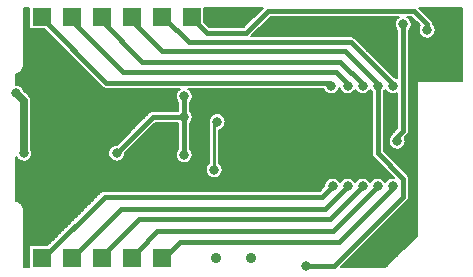
<source format=gbl>
G04 EasyPC Gerber Version 20.0.2 Build 4112 *
G04 #@! TF.Part,Single*
G04 #@! TF.FileFunction,Copper,L2,Bot *
%FSLAX24Y24*%
%MOIN*%
G04 #@! TA.AperFunction,ComponentPad*
%ADD28R,0.06000X0.06000*%
G04 #@! TD.AperFunction*
%ADD10C,0.00500*%
%ADD14C,0.01000*%
%ADD74C,0.01500*%
%ADD72C,0.02500*%
G04 #@! TA.AperFunction,ViaPad*
%ADD29C,0.03200*%
G04 #@! TA.AperFunction,ComponentPad*
%ADD70C,0.03543*%
X0Y0D02*
D02*
D10*
X5025Y2525D02*
X5053Y2523D01*
X5081Y2519*
X5108Y2511*
X5133Y2500*
X5158Y2487*
X5181Y2471*
X5202Y2452*
X5220Y2431*
X5237Y2408*
X5250Y2384*
X5261Y2358*
X5269Y2331*
X5273Y2303*
X5275Y2275*
Y325*
X5450*
Y1050*
X6067*
X7834Y2816*
X7850Y2831*
X7869Y2844*
X7888Y2855*
X7909Y2864*
X7931Y2870*
X7953Y2874*
X7975Y2875*
X15142*
X15290Y3023*
Y3025*
X15291Y3054*
X15296Y3082*
X15303Y3110*
X15313Y3138*
X15326Y3164*
X15341Y3188*
X15359Y3211*
X15379Y3232*
X15401Y3251*
X15425Y3267*
X15450Y3281*
X15477Y3292*
X15504Y3301*
X15533Y3307*
X15561Y3310*
X15590Y3310*
X15619Y3307*
X15647Y3301*
X15675Y3292*
X15702Y3280*
X15727Y3266*
X15750Y3249*
X15772Y3231*
X15792Y3209*
X15810Y3187*
X15825Y3162*
X15840Y3187*
X15858Y3210*
X15878Y3231*
X15900Y3250*
X15924Y3266*
X15949Y3281*
X15976Y3292*
X16003Y3301*
X16032Y3307*
X16060Y3310*
X16089*
X16118Y3307*
X16147Y3301*
X16174Y3292*
X16201Y3281*
X16226Y3266*
X16250Y3250*
X16272Y3231*
X16292Y3210*
X16310Y3187*
X16325Y3162*
X16340Y3187*
X16358Y3210*
X16378Y3231*
X16400Y3250*
X16424Y3266*
X16449Y3281*
X16476Y3292*
X16503Y3301*
X16532Y3307*
X16560Y3310*
X16589*
X16618Y3307*
X16647Y3301*
X16674Y3292*
X16701Y3281*
X16726Y3266*
X16750Y3250*
X16772Y3231*
X16792Y3210*
X16810Y3187*
X16825Y3162*
X16840Y3187*
X16858Y3210*
X16878Y3231*
X16900Y3250*
X16924Y3266*
X16949Y3281*
X16976Y3292*
X17003Y3301*
X17032Y3307*
X17060Y3310*
X17089*
X17118Y3307*
X17147Y3301*
X17174Y3292*
X17201Y3281*
X17226Y3266*
X17250Y3250*
X17272Y3231*
X17292Y3210*
X17310Y3187*
X17325Y3162*
X17340Y3186*
X17357Y3208*
X17376Y3229*
X17397Y3248*
X17420Y3264*
X17445Y3279*
X17470Y3290*
X17497Y3299*
X17525Y3306*
X17553Y3309*
X17581Y3310*
X17609Y3308*
X16934Y3984*
X16919Y4000*
X16906Y4019*
X16895Y4038*
X16886Y4059*
X16880Y4081*
X16876Y4103*
X16875Y4125*
Y6172*
X16856Y6192*
X16839Y6214*
X16825Y6238*
X16810Y6213*
X16792Y6190*
X16772Y6169*
X16750Y6150*
X16726Y6134*
X16701Y6119*
X16674Y6108*
X16647Y6099*
X16618Y6093*
X16590Y6090*
X16561*
X16532Y6093*
X16503Y6099*
X16476Y6108*
X16449Y6119*
X16424Y6134*
X16400Y6150*
X16378Y6169*
X16358Y6190*
X16340Y6213*
X16325Y6238*
X16310Y6213*
X16292Y6190*
X16271Y6169*
X16249Y6149*
X16225Y6133*
X16199Y6119*
X16172Y6107*
X16144Y6099*
X16115Y6093*
X16086Y6090*
X16056Y6091*
X16027Y6094*
X15999Y6100*
X15971Y6110*
X15944Y6122*
X15919Y6137*
X15895Y6154*
X15873Y6174*
X15854Y6196*
X15836Y6219*
X15821Y6245*
X15809Y6272*
X15800Y6300*
X15791Y6271*
X15778Y6244*
X15763Y6218*
X15746Y6194*
X15725Y6172*
X15703Y6152*
X15679Y6135*
X15653Y6120*
X15625Y6108*
X15597Y6099*
X15568Y6093*
X15538Y6090*
X15508Y6090*
X15478Y6094*
X15449Y6100*
X15421Y6109*
X15394Y6122*
X15368Y6137*
X15344Y6155*
X15322Y6175*
X15302Y6197*
X15285Y6222*
X15270Y6248*
X15258Y6275*
X10762*
X10787Y6260*
X10810Y6242*
X10832Y6221*
X10851Y6199*
X10868Y6175*
X10882Y6149*
X10893Y6122*
X10902Y6093*
X10907Y6064*
X10910Y6035*
X10909Y6006*
X10906Y5976*
X10899Y5948*
X10890Y5920*
X10877Y5893*
X10862Y5867*
X10845Y5844*
X10825Y5822*
Y5528*
X10844Y5507*
X10861Y5485*
X10876Y5461*
X10888Y5435*
X10897Y5409*
X10904Y5381*
X10909Y5353*
X10910Y5325*
X10909Y5297*
X10904Y5269*
X10898Y5242*
X10888Y5215*
X10876Y5190*
X10861Y5165*
X10844Y5143*
X10825Y5122*
Y4278*
X10844Y4257*
X10861Y4235*
X10876Y4211*
X10888Y4185*
X10897Y4159*
X10904Y4131*
X10909Y4103*
X10910Y4075*
X10908Y4045*
X10904Y4016*
X10896Y3987*
X10885Y3959*
X10872Y3933*
X10856Y3908*
X10837Y3884*
X10816Y3863*
X10792Y3844*
X10767Y3828*
X10741Y3815*
X10713Y3804*
X10684Y3796*
X10655Y3792*
X10625Y3790*
X10595Y3792*
X10566Y3796*
X10537Y3804*
X10509Y3815*
X10483Y3828*
X10458Y3844*
X10434Y3863*
X10413Y3884*
X10394Y3908*
X10378Y3933*
X10365Y3959*
X10354Y3987*
X10346Y4016*
X10342Y4045*
X10340Y4075*
X10341Y4103*
X10346Y4131*
X10353Y4158*
X10362Y4185*
X10374Y4210*
X10389Y4235*
X10406Y4257*
X10425Y4278*
Y5122*
X10422Y5125*
X9658*
X8660Y4127*
Y4125*
X8658Y4095*
X8654Y4066*
X8646Y4037*
X8635Y4009*
X8622Y3983*
X8606Y3958*
X8587Y3934*
X8566Y3913*
X8542Y3894*
X8517Y3878*
X8491Y3865*
X8463Y3854*
X8434Y3846*
X8405Y3842*
X8375Y3840*
X8345Y3842*
X8316Y3846*
X8287Y3854*
X8259Y3865*
X8233Y3878*
X8208Y3894*
X8184Y3913*
X8163Y3934*
X8144Y3958*
X8128Y3983*
X8115Y4009*
X8104Y4037*
X8096Y4066*
X8092Y4095*
X8090Y4125*
X8091Y4153*
X8096Y4181*
X8102Y4208*
X8112Y4235*
X8124Y4260*
X8139Y4284*
X8155Y4307*
X8174Y4327*
X8195Y4346*
X8218Y4363*
X8242Y4377*
X8267Y4389*
X8294Y4398*
X8321Y4405*
X8349Y4409*
X8377Y4410*
X9434Y5466*
X9450Y5481*
X9469Y5494*
X9488Y5505*
X9509Y5514*
X9531Y5520*
X9553Y5524*
X9575Y5525*
X10422*
X10425Y5528*
Y5822*
X10405Y5844*
X10388Y5867*
X10373Y5893*
X10360Y5920*
X10351Y5947*
X10344Y5976*
X10341Y6005*
X10340Y6035*
X10343Y6064*
X10348Y6093*
X10357Y6121*
X10368Y6149*
X10382Y6175*
X10399Y6199*
X10418Y6221*
X10440Y6241*
X10463Y6259*
X10488Y6275*
X8025*
X8003Y6276*
X7980Y6280*
X7959Y6286*
X7938Y6295*
X7919Y6306*
X7900Y6319*
X7884Y6334*
X5967Y8250*
X5450*
Y8975*
X5275*
Y7025*
X5273Y6997*
X5269Y6969*
X5261Y6942*
X5250Y6917*
X5237Y6892*
X5221Y6869*
X5202Y6848*
X5181Y6830*
X5158Y6813*
X5134Y6800*
X5108Y6789*
X5081Y6781*
X5053Y6777*
X5025Y6775*
Y6410*
X5053Y6409*
X5081Y6404*
X5108Y6398*
X5135Y6388*
X5160Y6376*
X5184Y6361*
X5207Y6344*
X5228Y6325*
X5247Y6304*
X5263Y6282*
X5277Y6257*
X5289Y6232*
X5299Y6205*
X5452Y6052*
X5470Y6031*
X5487Y6008*
X5500Y5983*
X5511Y5958*
X5519Y5931*
X5523Y5903*
X5525Y5875*
Y4262*
X5538Y4235*
X5548Y4207*
X5555Y4178*
X5559Y4148*
X5560Y4119*
X5558Y4089*
X5552Y4059*
X5544Y4031*
X5533Y4003*
X5519Y3977*
X5502Y3952*
X5482Y3930*
X5461Y3909*
X5437Y3891*
X5412Y3875*
X5385Y3862*
X5357Y3852*
X5328Y3845*
X5298Y3841*
X5269Y3840*
X5239Y3842*
X5209Y3848*
X5181Y3856*
X5153Y3867*
X5127Y3881*
X5102Y3898*
X5080Y3918*
X5059Y3939*
X5041Y3963*
X5025Y3988*
Y2525*
X11450Y3800D02*
Y5100D01*
X11444Y5125*
X11441Y5150*
X11440Y5175*
X11442Y5205*
X11446Y5234*
X11454Y5263*
X11465Y5291*
X11478Y5317*
X11494Y5342*
X11513Y5366*
X11534Y5387*
X11558Y5406*
X11583Y5422*
X11609Y5435*
X11637Y5446*
X11666Y5454*
X11695Y5458*
X11725Y5460*
X11755Y5458*
X11784Y5454*
X11813Y5446*
X11841Y5435*
X11867Y5422*
X11892Y5406*
X11916Y5387*
X11937Y5366*
X11956Y5342*
X11972Y5317*
X11985Y5291*
X11996Y5263*
X12004Y5234*
X12008Y5205*
X12010Y5175*
X12009Y5146*
X12004Y5118*
X11997Y5091*
X11987Y5064*
X11975Y5038*
X11960Y5014*
X11943Y4991*
X11923Y4970*
X11901Y4951*
X11878Y4935*
X11853Y4921*
X11827Y4909*
X11800Y4900*
Y3800*
X11822Y3781*
X11842Y3760*
X11859Y3737*
X11874Y3713*
X11887Y3687*
X11897Y3660*
X11904Y3632*
X11909Y3604*
X11910Y3575*
X11908Y3545*
X11904Y3516*
X11896Y3487*
X11885Y3459*
X11872Y3433*
X11856Y3408*
X11837Y3384*
X11816Y3363*
X11792Y3344*
X11767Y3328*
X11741Y3315*
X11713Y3304*
X11684Y3296*
X11655Y3292*
X11625Y3290*
X11595Y3292*
X11566Y3296*
X11537Y3304*
X11509Y3315*
X11483Y3328*
X11458Y3344*
X11434Y3363*
X11413Y3384*
X11394Y3408*
X11378Y3433*
X11365Y3459*
X11354Y3487*
X11346Y3516*
X11342Y3545*
X11340Y3575*
X11341Y3604*
X11346Y3632*
X11353Y3660*
X11363Y3687*
X11376Y3713*
X11391Y3737*
X11408Y3760*
X11428Y3781*
X11450Y3800*
X5275Y364D02*
X5450D01*
X5275Y412D02*
X5450D01*
X5275Y460D02*
X5450D01*
X5275Y508D02*
X5450D01*
X5275Y556D02*
X5450D01*
X5275Y604D02*
X5450D01*
X5275Y652D02*
X5450D01*
X5275Y700D02*
X5450D01*
X5275Y748D02*
X5450D01*
X5275Y796D02*
X5450D01*
X5275Y844D02*
X5450D01*
X5275Y892D02*
X5450D01*
X5275Y940D02*
X5450D01*
X5275Y988D02*
X5450D01*
X5275Y1036D02*
X5450D01*
X5275Y1084D02*
X6101D01*
X5275Y1132D02*
X6149D01*
X5275Y1180D02*
X6197D01*
X5275Y1228D02*
X6245D01*
X5275Y1276D02*
X6293D01*
X5275Y1324D02*
X6341D01*
X5275Y1372D02*
X6389D01*
X5275Y1420D02*
X6437D01*
X5275Y1468D02*
X6485D01*
X5275Y1516D02*
X6534D01*
X5275Y1564D02*
X6582D01*
X5275Y1612D02*
X6630D01*
X5275Y1660D02*
X6678D01*
X5275Y1708D02*
X6726D01*
X5275Y1756D02*
X6774D01*
X5275Y1805D02*
X6822D01*
X5275Y1853D02*
X6870D01*
X5275Y1901D02*
X6918D01*
X5275Y1949D02*
X6966D01*
X5275Y1997D02*
X7014D01*
X5275Y2045D02*
X7062D01*
X5275Y2093D02*
X7110D01*
X5275Y2141D02*
X7158D01*
X5275Y2189D02*
X7206D01*
X5275Y2237D02*
X7254D01*
X5275Y2285D02*
X7302D01*
X5268Y2333D02*
X7350D01*
X5251Y2381D02*
X7398D01*
X5222Y2429D02*
X7446D01*
X5172Y2477D02*
X7494D01*
X5025Y2525D02*
X7542D01*
X5025Y2573D02*
X7590D01*
X5025Y2621D02*
X7638D01*
X5025Y2669D02*
X7686D01*
X5025Y2717D02*
X7734D01*
X5025Y2765D02*
X7782D01*
X5025Y2813D02*
X7830D01*
X5025Y2861D02*
X7902D01*
X5025Y2909D02*
X15176D01*
X5025Y2957D02*
X15224D01*
X5025Y3005D02*
X15272D01*
X5025Y3053D02*
X15291D01*
X5025Y3101D02*
X15300D01*
X5025Y3149D02*
X15319D01*
X5025Y3197D02*
X15348D01*
X15802D02*
X15848D01*
X16302D02*
X16348D01*
X16802D02*
X16848D01*
X17302D02*
X17348D01*
X5025Y3245D02*
X15394D01*
X15756D02*
X15894D01*
X16256D02*
X16394D01*
X16756D02*
X16894D01*
X17256D02*
X17394D01*
X5025Y3294D02*
X11580D01*
X11670D02*
X15479D01*
X15671D02*
X15979D01*
X16171D02*
X16479D01*
X16671D02*
X16979D01*
X17171D02*
X17479D01*
X5025Y3342D02*
X11462D01*
X11788D02*
X17576D01*
X5025Y3390D02*
X11409D01*
X11841D02*
X17528D01*
X5025Y3438D02*
X11375D01*
X11875D02*
X17480D01*
X5025Y3486D02*
X11354D01*
X11896D02*
X17432D01*
X5025Y3534D02*
X11343D01*
X11907D02*
X17384D01*
X5025Y3582D02*
X11340D01*
X11910D02*
X17335D01*
X5025Y3630D02*
X11345D01*
X11905D02*
X17287D01*
X5025Y3678D02*
X11359D01*
X11891D02*
X17239D01*
X5025Y3726D02*
X11383D01*
X11867D02*
X17191D01*
X5025Y3774D02*
X11421D01*
X11829D02*
X17143D01*
X5025Y3822D02*
X10494D01*
X10756D02*
X11450D01*
X11800D02*
X17095D01*
X5025Y3870D02*
X5148D01*
X5402D02*
X8248D01*
X8502D02*
X10427D01*
X10823D02*
X11450D01*
X11800D02*
X17047D01*
X5025Y3918D02*
X5079D01*
X5471D02*
X8179D01*
X8571D02*
X10387D01*
X10863D02*
X11450D01*
X11800D02*
X16999D01*
X5025Y3966D02*
X5039D01*
X5511D02*
X8139D01*
X8611D02*
X10362D01*
X10888D02*
X11450D01*
X11800D02*
X16951D01*
X5537Y4014D02*
X8113D01*
X8637D02*
X10347D01*
X10903D02*
X11450D01*
X11800D02*
X16909D01*
X5553Y4062D02*
X8097D01*
X8653D02*
X10340D01*
X10910D02*
X11450D01*
X11800D02*
X16885D01*
X5560Y4110D02*
X8090D01*
X8660D02*
X10342D01*
X10908D02*
X11450D01*
X11800D02*
X16876D01*
X5558Y4158D02*
X8092D01*
X8691D02*
X10352D01*
X10898D02*
X11450D01*
X11800D02*
X16875D01*
X5548Y4206D02*
X8102D01*
X8739D02*
X10372D01*
X10878D02*
X11450D01*
X11800D02*
X16875D01*
X5529Y4254D02*
X8121D01*
X8787D02*
X10403D01*
X10847D02*
X11450D01*
X11800D02*
X16875D01*
X5525Y4302D02*
X8152D01*
X8835D02*
X10425D01*
X10825D02*
X11450D01*
X11800D02*
X16875D01*
X5525Y4350D02*
X8200D01*
X8883D02*
X10425D01*
X10825D02*
X11450D01*
X11800D02*
X16875D01*
X5525Y4398D02*
X8294D01*
X8931D02*
X10425D01*
X10825D02*
X11450D01*
X11800D02*
X16875D01*
X5525Y4446D02*
X8413D01*
X8979D02*
X10425D01*
X10825D02*
X11450D01*
X11800D02*
X16875D01*
X5525Y4494D02*
X8461D01*
X9027D02*
X10425D01*
X10825D02*
X11450D01*
X11800D02*
X16875D01*
X5525Y4542D02*
X8509D01*
X9075D02*
X10425D01*
X10825D02*
X11450D01*
X11800D02*
X16875D01*
X5525Y4590D02*
X8558D01*
X9123D02*
X10425D01*
X10825D02*
X11450D01*
X11800D02*
X16875D01*
X5525Y4638D02*
X8606D01*
X9171D02*
X10425D01*
X10825D02*
X11450D01*
X11800D02*
X16875D01*
X5525Y4686D02*
X8654D01*
X9219D02*
X10425D01*
X10825D02*
X11450D01*
X11800D02*
X16875D01*
X5525Y4734D02*
X8702D01*
X9267D02*
X10425D01*
X10825D02*
X11450D01*
X11800D02*
X16875D01*
X5525Y4782D02*
X8750D01*
X9315D02*
X10425D01*
X10825D02*
X11450D01*
X11800D02*
X16875D01*
X5525Y4831D02*
X8798D01*
X9363D02*
X10425D01*
X10825D02*
X11450D01*
X11800D02*
X16875D01*
X5525Y4879D02*
X8846D01*
X9411D02*
X10425D01*
X10825D02*
X11450D01*
X11800D02*
X16875D01*
X5525Y4927D02*
X8894D01*
X9459D02*
X10425D01*
X10825D02*
X11450D01*
X11865D02*
X16875D01*
X5525Y4975D02*
X8942D01*
X9507D02*
X10425D01*
X10825D02*
X11450D01*
X11928D02*
X16875D01*
X5525Y5023D02*
X8990D01*
X9555D02*
X10425D01*
X10825D02*
X11450D01*
X11966D02*
X16875D01*
X5525Y5071D02*
X9038D01*
X9604D02*
X10425D01*
X10825D02*
X11450D01*
X11990D02*
X16875D01*
X5525Y5119D02*
X9086D01*
X9652D02*
X10425D01*
X10825D02*
X11446D01*
X12004D02*
X16875D01*
X5525Y5167D02*
X9134D01*
X10862D02*
X11440D01*
X12010D02*
X16875D01*
X5525Y5215D02*
X9182D01*
X10888D02*
X11443D01*
X12007D02*
X16875D01*
X5525Y5263D02*
X9230D01*
X10903D02*
X11454D01*
X11996D02*
X16875D01*
X5525Y5311D02*
X9278D01*
X10910D02*
X11474D01*
X11976D02*
X16875D01*
X5525Y5359D02*
X9326D01*
X10908D02*
X11507D01*
X11943D02*
X16875D01*
X5525Y5407D02*
X9374D01*
X10898D02*
X11559D01*
X11891D02*
X16875D01*
X5525Y5455D02*
X9422D01*
X10879D02*
X11671D01*
X11779D02*
X16875D01*
X5525Y5503D02*
X9484D01*
X10848D02*
X16875D01*
X5525Y5551D02*
X10425D01*
X10825D02*
X16875D01*
X5525Y5599D02*
X10425D01*
X10825D02*
X16875D01*
X5525Y5647D02*
X10425D01*
X10825D02*
X16875D01*
X5525Y5695D02*
X10425D01*
X10825D02*
X16875D01*
X5525Y5743D02*
X10425D01*
X10825D02*
X16875D01*
X5525Y5791D02*
X10425D01*
X10825D02*
X16875D01*
X5525Y5839D02*
X10409D01*
X10841D02*
X16875D01*
X5525Y5887D02*
X10376D01*
X10874D02*
X16875D01*
X5518Y5935D02*
X10355D01*
X10896D02*
X16875D01*
X5500Y5983D02*
X10343D01*
X10907D02*
X16875D01*
X5470Y6031D02*
X10340D01*
X10910D02*
X16875D01*
X5424Y6079D02*
X10345D01*
X10905D02*
X16875D01*
X5376Y6127D02*
X10359D01*
X10891D02*
X15383D01*
X15667D02*
X15934D01*
X16216D02*
X16434D01*
X16716D02*
X16875D01*
X5328Y6175D02*
X10383D01*
X10867D02*
X15321D01*
X15729D02*
X15872D01*
X16278D02*
X16372D01*
X16778D02*
X16872D01*
X5292Y6223D02*
X10420D01*
X10830D02*
X15283D01*
X15767D02*
X15834D01*
X16316D02*
X16334D01*
X16816D02*
X16834D01*
X5269Y6271D02*
X10482D01*
X10768D02*
X15259D01*
X15791D02*
X15809D01*
X5233Y6319D02*
X7899D01*
X5175Y6368D02*
X7850D01*
X5025Y6416D02*
X7802D01*
X5025Y6464D02*
X7754D01*
X5025Y6512D02*
X7706D01*
X5025Y6560D02*
X7658D01*
X5025Y6608D02*
X7609D01*
X5025Y6656D02*
X7561D01*
X5025Y6704D02*
X7513D01*
X5025Y6752D02*
X7465D01*
X5134Y6800D02*
X7417D01*
X5201Y6848D02*
X7369D01*
X5239Y6896D02*
X7321D01*
X5261Y6944D02*
X7273D01*
X5273Y6992D02*
X7225D01*
X5275Y7040D02*
X7177D01*
X5275Y7088D02*
X7129D01*
X5275Y7136D02*
X7081D01*
X5275Y7184D02*
X7033D01*
X5275Y7232D02*
X6985D01*
X5275Y7280D02*
X6937D01*
X5275Y7328D02*
X6889D01*
X5275Y7376D02*
X6841D01*
X5275Y7424D02*
X6793D01*
X5275Y7472D02*
X6745D01*
X5275Y7520D02*
X6697D01*
X5275Y7568D02*
X6649D01*
X5275Y7616D02*
X6601D01*
X5275Y7664D02*
X6553D01*
X5275Y7712D02*
X6505D01*
X5275Y7760D02*
X6457D01*
X5275Y7808D02*
X6409D01*
X5275Y7856D02*
X6361D01*
X5275Y7905D02*
X6313D01*
X5275Y7953D02*
X6265D01*
X5275Y8001D02*
X6217D01*
X5275Y8049D02*
X6169D01*
X5275Y8097D02*
X6121D01*
X5275Y8145D02*
X6072D01*
X5275Y8193D02*
X6024D01*
X5275Y8241D02*
X5976D01*
X5275Y8289D02*
X5450D01*
X5275Y8337D02*
X5450D01*
X5275Y8385D02*
X5450D01*
X5275Y8433D02*
X5450D01*
X5275Y8481D02*
X5450D01*
X5275Y8529D02*
X5450D01*
X5275Y8577D02*
X5450D01*
X5275Y8625D02*
X5450D01*
X5275Y8673D02*
X5450D01*
X5275Y8721D02*
X5450D01*
X5275Y8769D02*
X5450D01*
X5275Y8817D02*
X5450D01*
X5275Y8865D02*
X5450D01*
X5275Y8913D02*
X5450D01*
X5275Y8961D02*
X5450D01*
X11300Y8483D02*
X11458Y8325D01*
X12592*
X13242Y8975*
X11300*
Y8483*
X11444Y8339D02*
X12606D01*
X11396Y8387D02*
X12654D01*
X11348Y8435D02*
X12702D01*
X11300Y8483D02*
X12750D01*
X11300Y8531D02*
X12798D01*
X11300Y8579D02*
X12846D01*
X11300Y8627D02*
X12894D01*
X11300Y8675D02*
X12942D01*
X11300Y8723D02*
X12990D01*
X11300Y8771D02*
X13038D01*
X11300Y8819D02*
X13086D01*
X11300Y8867D02*
X13134D01*
X11300Y8915D02*
X13182D01*
X11300Y8963D02*
X13230D01*
X12858Y8025D02*
X16175D01*
X16197Y8024*
X16220Y8020*
X16241Y8014*
X16262Y8005*
X16281Y7994*
X16300Y7981*
X16316Y7966*
X17628Y6655*
X17653Y6649*
X17678Y6641*
X17702Y6630*
X17725Y6617*
Y8222*
X17705Y8244*
X17688Y8267*
X17673Y8293*
X17660Y8320*
X17651Y8347*
X17644Y8376*
X17641Y8405*
X17640Y8435*
X17643Y8464*
X17648Y8493*
X17657Y8521*
X17668Y8549*
X17682Y8575*
X17699Y8599*
X17718Y8621*
X17740Y8641*
X17763Y8659*
X17788Y8675*
X13508*
X12858Y8025*
X17698Y6632D02*
X17725D01*
X17603Y6680D02*
X17725D01*
X17555Y6728D02*
X17725D01*
X17507Y6776D02*
X17725D01*
X17459Y6824D02*
X17725D01*
X17411Y6872D02*
X17725D01*
X17363Y6920D02*
X17725D01*
X17315Y6968D02*
X17725D01*
X17266Y7016D02*
X17725D01*
X17218Y7064D02*
X17725D01*
X17170Y7112D02*
X17725D01*
X17122Y7160D02*
X17725D01*
X17074Y7208D02*
X17725D01*
X17026Y7256D02*
X17725D01*
X16978Y7305D02*
X17725D01*
X16930Y7353D02*
X17725D01*
X16882Y7401D02*
X17725D01*
X16834Y7449D02*
X17725D01*
X16786Y7497D02*
X17725D01*
X16738Y7545D02*
X17725D01*
X16690Y7593D02*
X17725D01*
X16642Y7641D02*
X17725D01*
X16594Y7689D02*
X17725D01*
X16546Y7737D02*
X17725D01*
X16498Y7785D02*
X17725D01*
X16450Y7833D02*
X17725D01*
X16402Y7881D02*
X17725D01*
X16354Y7929D02*
X17725D01*
X16305Y7977D02*
X17725D01*
X12858Y8025D02*
X17725D01*
X12906Y8073D02*
X17725D01*
X12954Y8121D02*
X17725D01*
X13002Y8169D02*
X17725D01*
X13050Y8217D02*
X17725D01*
X13098Y8265D02*
X17689D01*
X13146Y8313D02*
X17663D01*
X13194Y8361D02*
X17647D01*
X13242Y8409D02*
X17640D01*
X13290Y8457D02*
X17642D01*
X13338Y8505D02*
X17652D01*
X13386Y8553D02*
X17671D01*
X13434Y8601D02*
X17701D01*
X13482Y8649D02*
X17749D01*
X17325Y325D02*
X18375Y1375D01*
Y6525*
X19875*
Y8975*
X18458*
X18866Y8566*
X18881Y8550*
X18894Y8532*
X18905Y8513*
X18913Y8493*
X18920Y8472*
X18923Y8450*
X18925Y8428*
X18944Y8407*
X18961Y8385*
X18976Y8361*
X18988Y8335*
X18997Y8309*
X19004Y8281*
X19009Y8253*
X19010Y8225*
X19008Y8195*
X19004Y8166*
X18996Y8137*
X18985Y8109*
X18972Y8083*
X18956Y8058*
X18937Y8034*
X18916Y8013*
X18892Y7994*
X18867Y7978*
X18841Y7965*
X18813Y7954*
X18784Y7946*
X18755Y7942*
X18725Y7940*
X18695Y7942*
X18666Y7946*
X18637Y7954*
X18609Y7965*
X18583Y7978*
X18558Y7994*
X18534Y8013*
X18513Y8034*
X18494Y8058*
X18478Y8083*
X18465Y8109*
X18454Y8137*
X18446Y8166*
X18442Y8195*
X18440Y8225*
X18441Y8252*
X18445Y8280*
X18452Y8306*
X18461Y8332*
X18472Y8357*
X18486Y8381*
X18192Y8675*
X18062*
X18087Y8660*
X18110Y8642*
X18132Y8621*
X18151Y8599*
X18168Y8575*
X18182Y8549*
X18193Y8522*
X18202Y8493*
X18207Y8464*
X18210Y8435*
X18209Y8406*
X18206Y8376*
X18199Y8348*
X18190Y8320*
X18177Y8293*
X18162Y8267*
X18145Y8244*
X18125Y8222*
Y4875*
X18124Y4853*
X18120Y4830*
X18114Y4809*
X18105Y4788*
X18094Y4769*
X18081Y4750*
X18066Y4734*
X17982Y4649*
X17992Y4625*
X18000Y4601*
X18005Y4576*
X18009Y4551*
X18010Y4525*
X18008Y4495*
X18004Y4466*
X17996Y4437*
X17985Y4409*
X17972Y4383*
X17956Y4358*
X17937Y4334*
X17916Y4313*
X17892Y4294*
X17867Y4278*
X17841Y4265*
X17813Y4254*
X17784Y4246*
X17755Y4242*
X17725Y4240*
X17695Y4242*
X17666Y4246*
X17637Y4254*
X17609Y4265*
X17583Y4278*
X17558Y4294*
X17534Y4313*
X17513Y4334*
X17494Y4358*
X17478Y4383*
X17465Y4409*
X17454Y4437*
X17446Y4466*
X17442Y4495*
X17440Y4525*
X17441Y4552*
X17445Y4578*
X17451Y4604*
X17460Y4629*
X17471Y4653*
X17484Y4677*
X17499Y4698*
X17516Y4719*
X17535Y4737*
X17544Y4759*
X17555Y4780*
X17568Y4799*
X17584Y4816*
X17725Y4958*
Y6133*
X17700Y6119*
X17673Y6107*
X17645Y6099*
X17617Y6093*
X17588Y6090*
X17559Y6090*
X17531Y6094*
X17502Y6099*
X17475Y6108*
X17448Y6120*
X17423Y6134*
X17399Y6151*
X17378Y6169*
X17358Y6191*
X17340Y6213*
X17325Y6238*
X17311Y6214*
X17294Y6192*
X17275Y6172*
Y4208*
X18066Y3416*
X18081Y3400*
X18094Y3381*
X18105Y3362*
X18114Y3341*
X18120Y3319*
X18124Y3297*
X18125Y3275*
Y2675*
X18124Y2653*
X18120Y2630*
X18114Y2609*
X18105Y2588*
X18094Y2569*
X18081Y2550*
X18066Y2534*
X15858Y325*
X17325*
X15858D02*
X17325D01*
X15906Y373D02*
X17373D01*
X15954Y421D02*
X17421D01*
X16002Y469D02*
X17469D01*
X16050Y517D02*
X17517D01*
X16098Y565D02*
X17565D01*
X16146Y613D02*
X17613D01*
X16194Y661D02*
X17661D01*
X16242Y709D02*
X17709D01*
X16290Y757D02*
X17757D01*
X16338Y805D02*
X17805D01*
X16386Y853D02*
X17853D01*
X16434Y901D02*
X17901D01*
X16482Y949D02*
X17949D01*
X16530Y997D02*
X17997D01*
X16578Y1045D02*
X18045D01*
X16626Y1094D02*
X18094D01*
X16674Y1142D02*
X18142D01*
X16722Y1190D02*
X18190D01*
X16770Y1238D02*
X18238D01*
X16818Y1286D02*
X18286D01*
X16866Y1334D02*
X18334D01*
X16915Y1382D02*
X18375D01*
X16963Y1430D02*
X18375D01*
X17011Y1478D02*
X18375D01*
X17059Y1526D02*
X18375D01*
X17107Y1574D02*
X18375D01*
X17155Y1622D02*
X18375D01*
X17203Y1670D02*
X18375D01*
X17251Y1718D02*
X18375D01*
X17299Y1766D02*
X18375D01*
X17347Y1814D02*
X18375D01*
X17395Y1862D02*
X18375D01*
X17443Y1910D02*
X18375D01*
X17491Y1958D02*
X18375D01*
X17539Y2006D02*
X18375D01*
X17587Y2054D02*
X18375D01*
X17635Y2102D02*
X18375D01*
X17683Y2150D02*
X18375D01*
X17731Y2198D02*
X18375D01*
X17779Y2246D02*
X18375D01*
X17827Y2294D02*
X18375D01*
X17875Y2342D02*
X18375D01*
X17923Y2390D02*
X18375D01*
X17971Y2438D02*
X18375D01*
X18019Y2486D02*
X18375D01*
X18067Y2534D02*
X18375D01*
X18102Y2582D02*
X18375D01*
X18120Y2631D02*
X18375D01*
X18125Y2679D02*
X18375D01*
X18125Y2727D02*
X18375D01*
X18125Y2775D02*
X18375D01*
X18125Y2823D02*
X18375D01*
X18125Y2871D02*
X18375D01*
X18125Y2919D02*
X18375D01*
X18125Y2967D02*
X18375D01*
X18125Y3015D02*
X18375D01*
X18125Y3063D02*
X18375D01*
X18125Y3111D02*
X18375D01*
X18125Y3159D02*
X18375D01*
X18125Y3207D02*
X18375D01*
X18125Y3255D02*
X18375D01*
X18123Y3303D02*
X18375D01*
X18110Y3351D02*
X18375D01*
X18082Y3399D02*
X18375D01*
X18036Y3447D02*
X18375D01*
X17988Y3495D02*
X18375D01*
X17940Y3543D02*
X18375D01*
X17892Y3591D02*
X18375D01*
X17844Y3639D02*
X18375D01*
X17796Y3687D02*
X18375D01*
X17748Y3735D02*
X18375D01*
X17700Y3783D02*
X18375D01*
X17652Y3831D02*
X18375D01*
X17604Y3879D02*
X18375D01*
X17555Y3927D02*
X18375D01*
X17507Y3975D02*
X18375D01*
X17459Y4023D02*
X18375D01*
X17411Y4071D02*
X18375D01*
X17363Y4119D02*
X18375D01*
X17315Y4168D02*
X18375D01*
X17275Y4216D02*
X18375D01*
X17275Y4264D02*
X17611D01*
X17839D02*
X18375D01*
X17275Y4312D02*
X17536D01*
X17914D02*
X18375D01*
X17275Y4360D02*
X17493D01*
X17957D02*
X18375D01*
X17275Y4408D02*
X17465D01*
X17985D02*
X18375D01*
X17275Y4456D02*
X17449D01*
X18001D02*
X18375D01*
X17275Y4504D02*
X17441D01*
X18009D02*
X18375D01*
X17275Y4552D02*
X17441D01*
X18009D02*
X18375D01*
X17275Y4600D02*
X17450D01*
X18000D02*
X18375D01*
X17275Y4648D02*
X17468D01*
X17982D02*
X18375D01*
X17275Y4696D02*
X17497D01*
X18029D02*
X18375D01*
X17275Y4744D02*
X17537D01*
X18076D02*
X18375D01*
X17275Y4792D02*
X17563D01*
X18107D02*
X18375D01*
X17275Y4840D02*
X17607D01*
X18122D02*
X18375D01*
X17275Y4888D02*
X17655D01*
X18125D02*
X18375D01*
X17275Y4936D02*
X17703D01*
X18125D02*
X18375D01*
X17275Y4984D02*
X17725D01*
X18125D02*
X18375D01*
X17275Y5032D02*
X17725D01*
X18125D02*
X18375D01*
X17275Y5080D02*
X17725D01*
X18125D02*
X18375D01*
X17275Y5128D02*
X17725D01*
X18125D02*
X18375D01*
X17275Y5176D02*
X17725D01*
X18125D02*
X18375D01*
X17275Y5224D02*
X17725D01*
X18125D02*
X18375D01*
X17275Y5272D02*
X17725D01*
X18125D02*
X18375D01*
X17275Y5320D02*
X17725D01*
X18125D02*
X18375D01*
X17275Y5368D02*
X17725D01*
X18125D02*
X18375D01*
X17275Y5416D02*
X17725D01*
X18125D02*
X18375D01*
X17275Y5464D02*
X17725D01*
X18125D02*
X18375D01*
X17275Y5512D02*
X17725D01*
X18125D02*
X18375D01*
X17275Y5560D02*
X17725D01*
X18125D02*
X18375D01*
X17275Y5608D02*
X17725D01*
X18125D02*
X18375D01*
X17275Y5656D02*
X17725D01*
X18125D02*
X18375D01*
X17275Y5705D02*
X17725D01*
X18125D02*
X18375D01*
X17275Y5753D02*
X17725D01*
X18125D02*
X18375D01*
X17275Y5801D02*
X17725D01*
X18125D02*
X18375D01*
X17275Y5849D02*
X17725D01*
X18125D02*
X18375D01*
X17275Y5897D02*
X17725D01*
X18125D02*
X18375D01*
X17275Y5945D02*
X17725D01*
X18125D02*
X18375D01*
X17275Y5993D02*
X17725D01*
X18125D02*
X18375D01*
X17275Y6041D02*
X17725D01*
X18125D02*
X18375D01*
X17275Y6089D02*
X17725D01*
X18125D02*
X18375D01*
X17275Y6137D02*
X17419D01*
X18125D02*
X18375D01*
X17287Y6185D02*
X17363D01*
X18125D02*
X18375D01*
X17322Y6233D02*
X17328D01*
X18125D02*
X18375D01*
X18125Y6281D02*
X18375D01*
X18125Y6329D02*
X18375D01*
X18125Y6377D02*
X18375D01*
X18125Y6425D02*
X18375D01*
X18125Y6473D02*
X18375D01*
X18125Y6521D02*
X18375D01*
X18125Y6569D02*
X19875D01*
X18125Y6617D02*
X19875D01*
X18125Y6665D02*
X19875D01*
X18125Y6713D02*
X19875D01*
X18125Y6761D02*
X19875D01*
X18125Y6809D02*
X19875D01*
X18125Y6857D02*
X19875D01*
X18125Y6905D02*
X19875D01*
X18125Y6953D02*
X19875D01*
X18125Y7001D02*
X19875D01*
X18125Y7049D02*
X19875D01*
X18125Y7097D02*
X19875D01*
X18125Y7145D02*
X19875D01*
X18125Y7194D02*
X19875D01*
X18125Y7242D02*
X19875D01*
X18125Y7290D02*
X19875D01*
X18125Y7338D02*
X19875D01*
X18125Y7386D02*
X19875D01*
X18125Y7434D02*
X19875D01*
X18125Y7482D02*
X19875D01*
X18125Y7530D02*
X19875D01*
X18125Y7578D02*
X19875D01*
X18125Y7626D02*
X19875D01*
X18125Y7674D02*
X19875D01*
X18125Y7722D02*
X19875D01*
X18125Y7770D02*
X19875D01*
X18125Y7818D02*
X19875D01*
X18125Y7866D02*
X19875D01*
X18125Y7914D02*
X19875D01*
X18125Y7962D02*
X18615D01*
X18835D02*
X19875D01*
X18125Y8010D02*
X18538D01*
X18912D02*
X19875D01*
X18125Y8058D02*
X18494D01*
X18956D02*
X19875D01*
X18125Y8106D02*
X18466D01*
X18984D02*
X19875D01*
X18125Y8154D02*
X18449D01*
X19001D02*
X19875D01*
X18125Y8202D02*
X18441D01*
X19009D02*
X19875D01*
X18150Y8250D02*
X18441D01*
X19009D02*
X19875D01*
X18180Y8298D02*
X18450D01*
X19000D02*
X19875D01*
X18199Y8346D02*
X18467D01*
X18983D02*
X19875D01*
X18208Y8394D02*
X18473D01*
X18954D02*
X19875D01*
X18209Y8442D02*
X18425D01*
X18924D02*
X19875D01*
X18202Y8490D02*
X18377D01*
X18914D02*
X19875D01*
X18186Y8538D02*
X18329D01*
X18890D02*
X19875D01*
X18160Y8586D02*
X18281D01*
X18846D02*
X19875D01*
X18118Y8634D02*
X18233D01*
X18798D02*
X19875D01*
X18750Y8682D02*
X19875D01*
X18702Y8731D02*
X19875D01*
X18654Y8779D02*
X19875D01*
X18606Y8827D02*
X19875D01*
X18558Y8875D02*
X19875D01*
X18510Y8923D02*
X19875D01*
X18462Y8971D02*
X19875D01*
D02*
D14*
X11625Y3575D02*
Y5175D01*
X11725*
D02*
D70*
X11685Y627D03*
X12866D03*
D02*
D28*
X5875Y625D03*
Y8675D03*
X6875Y625D03*
Y8675D03*
X7875Y625D03*
Y8675D03*
X8875Y625D03*
Y8675D03*
X9875Y625D03*
Y8675D03*
X10875D03*
X11875D03*
D02*
D29*
X5025Y6125D03*
X5275Y4125D03*
X6325Y7225D03*
X7575Y3925D03*
X8375Y4125D03*
X10625Y4075D03*
Y5325D03*
Y6025D03*
X11425Y6075D03*
X11625Y3575D03*
X11725Y5175D03*
X14025Y8375D03*
X14675Y375D03*
X15525Y6375D03*
X15575Y3025D03*
X16075D03*
Y6375D03*
X16525Y3975D03*
Y5225D03*
X16575Y3025D03*
Y6375D03*
X16775Y675D03*
X17075Y3025D03*
Y6375D03*
X17575Y3025D03*
Y6375D03*
X17725Y4525D03*
X17925Y8425D03*
X18725Y8225D03*
X19425Y8575D03*
D02*
D72*
X5275Y4125D02*
Y5875D01*
X5025Y6125*
D02*
D74*
X5875Y625D02*
X5925D01*
X7975Y2675*
X15225*
X15575Y3025*
X6875Y625D02*
X8525Y2275D01*
X15325*
X16075Y3025*
X7875Y625D02*
X7825D01*
X9125Y1925*
X15475*
X16575Y3025*
X7875Y8675D02*
Y8525D01*
X9225Y7175*
X15825*
X16575Y6425*
Y6375*
X8375Y4125D02*
X9575Y5325D01*
X10625*
X8875Y625D02*
X9075D01*
Y875*
X9725Y1525*
X15575*
X17075Y3025*
X8875Y8675D02*
Y8525D01*
X9875Y7525*
X15975*
X17075Y6425*
Y6375*
X9875Y625D02*
Y675D01*
X9975*
X10475Y1175*
X15775*
X17575Y2975*
Y3025*
X9875Y8675D02*
X9925D01*
X10775Y7825*
X16175*
X17575Y6425*
Y6375*
X10625Y5325D02*
Y4075D01*
Y5325D02*
Y6025D01*
X10875Y8675D02*
Y8625D01*
X11375Y8125*
X12675*
X13425Y8875*
X18275*
X18725Y8425*
Y8225*
X15525Y6375D02*
X15425Y6475D01*
X8025*
X5875Y8625*
Y8675*
X16075Y6375D02*
Y6425D01*
X15675Y6825*
X8575*
X6875Y8525*
Y8675*
X17075Y6375D02*
Y4125D01*
X17925Y3275*
Y2675*
X15625Y375*
X14675*
X17925Y8425D02*
Y4875D01*
X17725Y4675*
Y4525*
X0Y0D02*
M02*

</source>
